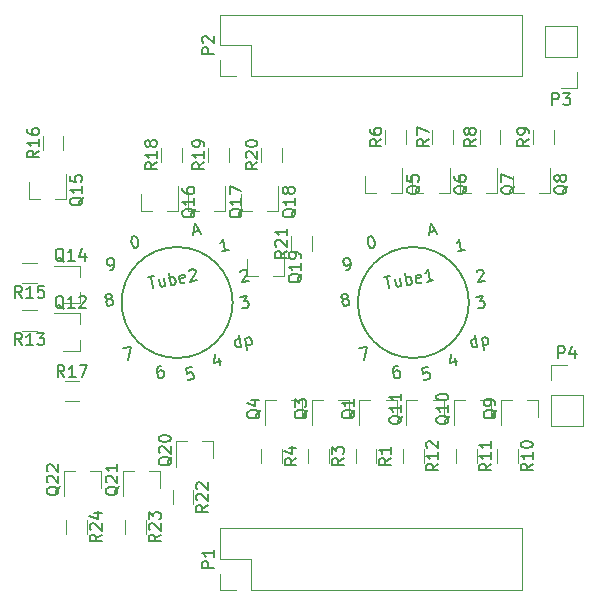
<source format=gbr>
G04 #@! TF.FileFunction,Legend,Top*
%FSLAX46Y46*%
G04 Gerber Fmt 4.6, Leading zero omitted, Abs format (unit mm)*
G04 Created by KiCad (PCBNEW 4.0.4-stable) date 12/02/17 22:43:03*
%MOMM*%
%LPD*%
G01*
G04 APERTURE LIST*
%ADD10C,0.100000*%
%ADD11C,0.150000*%
%ADD12C,0.120000*%
G04 APERTURE END LIST*
D10*
D11*
X129699999Y-100000000D02*
G75*
G03X129699999Y-100000000I-4699999J0D01*
G01*
X109699999Y-100000000D02*
G75*
G03X109699999Y-100000000I-4699999J0D01*
G01*
D12*
X136670000Y-110470000D02*
X139330000Y-110470000D01*
X136670000Y-107870000D02*
X136670000Y-110470000D01*
X139330000Y-107870000D02*
X139330000Y-110470000D01*
X136670000Y-107870000D02*
X139330000Y-107870000D01*
X136670000Y-106600000D02*
X136670000Y-105270000D01*
X136670000Y-105270000D02*
X138000000Y-105270000D01*
X134190000Y-124330000D02*
X134190000Y-119130000D01*
X111270000Y-124330000D02*
X134190000Y-124330000D01*
X108670000Y-119130000D02*
X134190000Y-119130000D01*
X111270000Y-124330000D02*
X111270000Y-121730000D01*
X111270000Y-121730000D02*
X108670000Y-121730000D01*
X108670000Y-121730000D02*
X108670000Y-119130000D01*
X110000000Y-124330000D02*
X108670000Y-124330000D01*
X108670000Y-124330000D02*
X108670000Y-123000000D01*
X134190000Y-80830000D02*
X134190000Y-75630000D01*
X111270000Y-80830000D02*
X134190000Y-80830000D01*
X108670000Y-75630000D02*
X134190000Y-75630000D01*
X111270000Y-80830000D02*
X111270000Y-78230000D01*
X111270000Y-78230000D02*
X108670000Y-78230000D01*
X108670000Y-78230000D02*
X108670000Y-75630000D01*
X110000000Y-80830000D02*
X108670000Y-80830000D01*
X108670000Y-80830000D02*
X108670000Y-79500000D01*
X123580000Y-108240000D02*
X122650000Y-108240000D01*
X120420000Y-108240000D02*
X121350000Y-108240000D01*
X120420000Y-108240000D02*
X120420000Y-110400000D01*
X123580000Y-108240000D02*
X123580000Y-109700000D01*
X119580000Y-108240000D02*
X118650000Y-108240000D01*
X116420000Y-108240000D02*
X117350000Y-108240000D01*
X116420000Y-108240000D02*
X116420000Y-110400000D01*
X119580000Y-108240000D02*
X119580000Y-109700000D01*
X115580000Y-108240000D02*
X114650000Y-108240000D01*
X112420000Y-108240000D02*
X113350000Y-108240000D01*
X112420000Y-108240000D02*
X112420000Y-110400000D01*
X115580000Y-108240000D02*
X115580000Y-109700000D01*
X120920000Y-90760000D02*
X121850000Y-90760000D01*
X124080000Y-90760000D02*
X123150000Y-90760000D01*
X124080000Y-90760000D02*
X124080000Y-88600000D01*
X120920000Y-90760000D02*
X120920000Y-89300000D01*
X124920000Y-90760000D02*
X125850000Y-90760000D01*
X128080000Y-90760000D02*
X127150000Y-90760000D01*
X128080000Y-90760000D02*
X128080000Y-88600000D01*
X124920000Y-90760000D02*
X124920000Y-89300000D01*
X128920000Y-90760000D02*
X129850000Y-90760000D01*
X132080000Y-90760000D02*
X131150000Y-90760000D01*
X132080000Y-90760000D02*
X132080000Y-88600000D01*
X128920000Y-90760000D02*
X128920000Y-89300000D01*
X133420000Y-90760000D02*
X134350000Y-90760000D01*
X136580000Y-90760000D02*
X135650000Y-90760000D01*
X136580000Y-90760000D02*
X136580000Y-88600000D01*
X133420000Y-90760000D02*
X133420000Y-89300000D01*
X135580000Y-108240000D02*
X134650000Y-108240000D01*
X132420000Y-108240000D02*
X133350000Y-108240000D01*
X132420000Y-108240000D02*
X132420000Y-110400000D01*
X135580000Y-108240000D02*
X135580000Y-109700000D01*
X131580000Y-108240000D02*
X130650000Y-108240000D01*
X128420000Y-108240000D02*
X129350000Y-108240000D01*
X128420000Y-108240000D02*
X128420000Y-110400000D01*
X131580000Y-108240000D02*
X131580000Y-109700000D01*
X127580000Y-108240000D02*
X126650000Y-108240000D01*
X124420000Y-108240000D02*
X125350000Y-108240000D01*
X124420000Y-108240000D02*
X124420000Y-110400000D01*
X127580000Y-108240000D02*
X127580000Y-109700000D01*
X96760000Y-104080000D02*
X96760000Y-103150000D01*
X96760000Y-100920000D02*
X96760000Y-101850000D01*
X96760000Y-100920000D02*
X94600000Y-100920000D01*
X96760000Y-104080000D02*
X95300000Y-104080000D01*
X96760000Y-100080000D02*
X96760000Y-99150000D01*
X96760000Y-96920000D02*
X96760000Y-97850000D01*
X96760000Y-96920000D02*
X94600000Y-96920000D01*
X96760000Y-100080000D02*
X95300000Y-100080000D01*
X92420000Y-91260000D02*
X93350000Y-91260000D01*
X95580000Y-91260000D02*
X94650000Y-91260000D01*
X95580000Y-91260000D02*
X95580000Y-89100000D01*
X92420000Y-91260000D02*
X92420000Y-89800000D01*
X101920000Y-92260000D02*
X102850000Y-92260000D01*
X105080000Y-92260000D02*
X104150000Y-92260000D01*
X105080000Y-92260000D02*
X105080000Y-90100000D01*
X101920000Y-92260000D02*
X101920000Y-90800000D01*
X105920000Y-92260000D02*
X106850000Y-92260000D01*
X109080000Y-92260000D02*
X108150000Y-92260000D01*
X109080000Y-92260000D02*
X109080000Y-90100000D01*
X105920000Y-92260000D02*
X105920000Y-90800000D01*
X110420000Y-92260000D02*
X111350000Y-92260000D01*
X113580000Y-92260000D02*
X112650000Y-92260000D01*
X113580000Y-92260000D02*
X113580000Y-90100000D01*
X110420000Y-92260000D02*
X110420000Y-90800000D01*
X110920000Y-97760000D02*
X111850000Y-97760000D01*
X114080000Y-97760000D02*
X113150000Y-97760000D01*
X114080000Y-97760000D02*
X114080000Y-95600000D01*
X110920000Y-97760000D02*
X110920000Y-96300000D01*
X108080000Y-111740000D02*
X107150000Y-111740000D01*
X104920000Y-111740000D02*
X105850000Y-111740000D01*
X104920000Y-111740000D02*
X104920000Y-113900000D01*
X108080000Y-111740000D02*
X108080000Y-113200000D01*
X103580000Y-114240000D02*
X102650000Y-114240000D01*
X100420000Y-114240000D02*
X101350000Y-114240000D01*
X100420000Y-114240000D02*
X100420000Y-116400000D01*
X103580000Y-114240000D02*
X103580000Y-115700000D01*
X98580000Y-114240000D02*
X97650000Y-114240000D01*
X95420000Y-114240000D02*
X96350000Y-114240000D01*
X95420000Y-114240000D02*
X95420000Y-116400000D01*
X98580000Y-114240000D02*
X98580000Y-115700000D01*
X120120000Y-113600000D02*
X120120000Y-112400000D01*
X121880000Y-112400000D02*
X121880000Y-113600000D01*
X112120000Y-113600000D02*
X112120000Y-112400000D01*
X113880000Y-112400000D02*
X113880000Y-113600000D01*
X124380000Y-85400000D02*
X124380000Y-86600000D01*
X122620000Y-86600000D02*
X122620000Y-85400000D01*
X128380000Y-85400000D02*
X128380000Y-86600000D01*
X126620000Y-86600000D02*
X126620000Y-85400000D01*
X132380000Y-85400000D02*
X132380000Y-86600000D01*
X130620000Y-86600000D02*
X130620000Y-85400000D01*
X136880000Y-85400000D02*
X136880000Y-86600000D01*
X135120000Y-86600000D02*
X135120000Y-85400000D01*
X132120000Y-113600000D02*
X132120000Y-112400000D01*
X133880000Y-112400000D02*
X133880000Y-113600000D01*
X128620000Y-113600000D02*
X128620000Y-112400000D01*
X130380000Y-112400000D02*
X130380000Y-113600000D01*
X124120000Y-113600000D02*
X124120000Y-112400000D01*
X125880000Y-112400000D02*
X125880000Y-113600000D01*
X116120000Y-113600000D02*
X116120000Y-112400000D01*
X117880000Y-112400000D02*
X117880000Y-113600000D01*
X91900000Y-100620000D02*
X93100000Y-100620000D01*
X93100000Y-102380000D02*
X91900000Y-102380000D01*
X91900000Y-96620000D02*
X93100000Y-96620000D01*
X93100000Y-98380000D02*
X91900000Y-98380000D01*
X95380000Y-85900000D02*
X95380000Y-87100000D01*
X93620000Y-87100000D02*
X93620000Y-85900000D01*
X96700000Y-108380000D02*
X95500000Y-108380000D01*
X95500000Y-106620000D02*
X96700000Y-106620000D01*
X105380000Y-86900000D02*
X105380000Y-88100000D01*
X103620000Y-88100000D02*
X103620000Y-86900000D01*
X109380000Y-86900000D02*
X109380000Y-88100000D01*
X107620000Y-88100000D02*
X107620000Y-86900000D01*
X113880000Y-86900000D02*
X113880000Y-88100000D01*
X112120000Y-88100000D02*
X112120000Y-86900000D01*
X116380000Y-94400000D02*
X116380000Y-95600000D01*
X114620000Y-95600000D02*
X114620000Y-94400000D01*
X104620000Y-117100000D02*
X104620000Y-115900000D01*
X106380000Y-115900000D02*
X106380000Y-117100000D01*
X100620000Y-119600000D02*
X100620000Y-118400000D01*
X102380000Y-118400000D02*
X102380000Y-119600000D01*
X95620000Y-119600000D02*
X95620000Y-118400000D01*
X97380000Y-118400000D02*
X97380000Y-119600000D01*
X138830000Y-76630000D02*
X136170000Y-76630000D01*
X138830000Y-79230000D02*
X138830000Y-76630000D01*
X136170000Y-79230000D02*
X136170000Y-76630000D01*
X138830000Y-79230000D02*
X136170000Y-79230000D01*
X138830000Y-80500000D02*
X138830000Y-81830000D01*
X138830000Y-81830000D02*
X137500000Y-81830000D01*
D11*
X122494204Y-97854919D02*
X123056952Y-97755691D01*
X122949226Y-98790113D02*
X122775578Y-97805305D01*
X123865165Y-97951657D02*
X123980930Y-98608196D01*
X123443104Y-98026077D02*
X123534062Y-98541930D01*
X123597496Y-98627452D01*
X123699556Y-98657809D01*
X123840243Y-98633002D01*
X123925766Y-98569569D01*
X123964392Y-98514404D01*
X124449886Y-98525506D02*
X124276238Y-97540698D01*
X124342389Y-97915863D02*
X124427911Y-97852429D01*
X124615495Y-97819353D01*
X124717555Y-97849711D01*
X124772719Y-97888338D01*
X124836153Y-97973860D01*
X124885767Y-98255234D01*
X124855409Y-98357294D01*
X124816782Y-98412459D01*
X124731260Y-98475892D01*
X124543677Y-98508968D01*
X124441617Y-98478610D01*
X125707799Y-98255348D02*
X125622277Y-98318782D01*
X125434694Y-98351858D01*
X125332633Y-98321500D01*
X125269200Y-98235978D01*
X125203048Y-97860813D01*
X125233406Y-97758752D01*
X125318928Y-97695319D01*
X125506511Y-97662243D01*
X125608571Y-97692601D01*
X125672005Y-97778123D01*
X125688543Y-97871915D01*
X125236124Y-98048396D01*
X126700876Y-98128596D02*
X126138128Y-98227823D01*
X126419501Y-98178210D02*
X126245853Y-97193402D01*
X126176869Y-97350627D01*
X126099616Y-97460956D01*
X126014093Y-97524389D01*
X130433140Y-103735679D02*
X130259492Y-102750871D01*
X130424871Y-103688784D02*
X130339349Y-103752217D01*
X130151766Y-103785293D01*
X130049706Y-103754935D01*
X129994541Y-103716309D01*
X129931108Y-103630787D01*
X129881494Y-103349412D01*
X129911852Y-103247352D01*
X129950478Y-103192188D01*
X130036000Y-103128754D01*
X130223584Y-103095678D01*
X130325644Y-103126036D01*
X130786330Y-102996451D02*
X130959979Y-103981258D01*
X130794599Y-103043346D02*
X130880122Y-102979913D01*
X131067705Y-102946837D01*
X131169765Y-102977194D01*
X131224929Y-103015821D01*
X131288363Y-103101343D01*
X131337977Y-103382718D01*
X131307619Y-103484778D01*
X131268992Y-103539942D01*
X131183470Y-103603376D01*
X130995887Y-103636452D01*
X130893827Y-103606094D01*
X119299008Y-97270886D02*
X119486590Y-97237810D01*
X119572113Y-97174377D01*
X119610740Y-97119212D01*
X119679724Y-96961988D01*
X119693544Y-96766136D01*
X119627392Y-96390971D01*
X119563959Y-96305449D01*
X119508794Y-96266822D01*
X119406734Y-96236464D01*
X119219151Y-96269540D01*
X119133629Y-96332974D01*
X119095002Y-96388138D01*
X119064644Y-96490199D01*
X119105989Y-96724676D01*
X119169423Y-96810198D01*
X119224587Y-96848826D01*
X119326647Y-96879184D01*
X119514231Y-96846108D01*
X119599753Y-96782674D01*
X119638379Y-96727509D01*
X119668737Y-96625449D01*
X121293800Y-94400893D02*
X121387593Y-94384354D01*
X121489653Y-94414712D01*
X121544817Y-94453339D01*
X121608251Y-94538861D01*
X121688222Y-94718174D01*
X121729567Y-94952653D01*
X121715747Y-95148504D01*
X121685389Y-95250564D01*
X121646763Y-95305729D01*
X121561241Y-95369162D01*
X121467449Y-95385700D01*
X121365389Y-95355343D01*
X121310224Y-95316716D01*
X121246791Y-95231194D01*
X121166819Y-95051881D01*
X121125474Y-94817402D01*
X121139294Y-94621551D01*
X121169652Y-94519490D01*
X121208278Y-94464326D01*
X121293800Y-94400893D01*
X126375612Y-94027052D02*
X126844568Y-93944362D01*
X126331434Y-94324963D02*
X126486055Y-93282273D01*
X126987973Y-94209197D01*
X129360562Y-95557688D02*
X128797815Y-95656916D01*
X129079188Y-95607302D02*
X128905540Y-94622495D01*
X128836556Y-94779719D01*
X128759302Y-94890048D01*
X128673780Y-94953482D01*
X130350389Y-97378710D02*
X130389015Y-97323546D01*
X130474537Y-97260112D01*
X130709016Y-97218767D01*
X130811076Y-97249125D01*
X130866241Y-97287752D01*
X130929674Y-97373274D01*
X130946212Y-97467065D01*
X130924123Y-97616021D01*
X130460603Y-98277996D01*
X131070246Y-98170499D01*
X130306338Y-99533863D02*
X130915981Y-99426367D01*
X130653863Y-99859414D01*
X130794551Y-99834607D01*
X130896611Y-99864965D01*
X130951775Y-99903591D01*
X131015209Y-99989114D01*
X131056554Y-100223592D01*
X131026196Y-100325652D01*
X130987569Y-100380817D01*
X130902047Y-100444250D01*
X130620673Y-100493864D01*
X130518613Y-100463506D01*
X130463448Y-100424880D01*
X128515910Y-104676226D02*
X128631675Y-105332764D01*
X128215279Y-104342406D02*
X128104836Y-105087185D01*
X128714479Y-104979689D01*
X126242076Y-105500258D02*
X125773119Y-105582947D01*
X125808913Y-106060172D01*
X125847540Y-106005007D01*
X125933062Y-105941574D01*
X126167541Y-105900229D01*
X126269601Y-105930587D01*
X126324765Y-105969213D01*
X126388199Y-106054736D01*
X126429544Y-106289214D01*
X126399186Y-106391274D01*
X126360559Y-106446439D01*
X126275037Y-106509872D01*
X126040558Y-106551217D01*
X125938498Y-106520860D01*
X125883334Y-106482233D01*
X123670100Y-105354665D02*
X123482517Y-105387741D01*
X123396995Y-105451174D01*
X123358368Y-105506339D01*
X123289384Y-105663563D01*
X123275564Y-105859414D01*
X123341716Y-106234580D01*
X123405149Y-106320102D01*
X123460314Y-106358729D01*
X123562374Y-106389086D01*
X123749957Y-106356010D01*
X123835479Y-106292577D01*
X123874106Y-106237412D01*
X123904464Y-106135352D01*
X123863119Y-105900874D01*
X123799685Y-105815351D01*
X123744521Y-105776725D01*
X123642461Y-105746367D01*
X123454877Y-105779443D01*
X123369355Y-105842876D01*
X123330729Y-105898041D01*
X123300371Y-106000102D01*
X120412133Y-103888125D02*
X121068672Y-103772360D01*
X120820259Y-104831588D01*
X119147748Y-99722977D02*
X119045688Y-99692619D01*
X118990524Y-99653992D01*
X118927090Y-99568470D01*
X118918821Y-99521575D01*
X118949179Y-99419514D01*
X118987806Y-99364350D01*
X119073328Y-99300916D01*
X119260911Y-99267840D01*
X119362971Y-99298198D01*
X119418136Y-99336825D01*
X119481569Y-99422347D01*
X119489838Y-99469242D01*
X119459480Y-99571303D01*
X119420854Y-99626467D01*
X119335332Y-99689901D01*
X119147748Y-99722977D01*
X119062226Y-99786410D01*
X119023600Y-99841574D01*
X118993242Y-99943636D01*
X119026318Y-100131218D01*
X119089751Y-100216740D01*
X119144916Y-100255367D01*
X119246976Y-100285724D01*
X119434559Y-100252648D01*
X119520081Y-100189215D01*
X119558708Y-100134050D01*
X119589066Y-100031990D01*
X119555990Y-99844408D01*
X119492556Y-99758885D01*
X119437392Y-99720258D01*
X119335332Y-99689901D01*
X102494204Y-97854919D02*
X103056952Y-97755691D01*
X102949226Y-98790113D02*
X102775578Y-97805305D01*
X103865165Y-97951657D02*
X103980930Y-98608196D01*
X103443104Y-98026077D02*
X103534062Y-98541930D01*
X103597496Y-98627452D01*
X103699556Y-98657809D01*
X103840243Y-98633002D01*
X103925766Y-98569569D01*
X103964392Y-98514404D01*
X104449886Y-98525506D02*
X104276238Y-97540698D01*
X104342389Y-97915863D02*
X104427911Y-97852429D01*
X104615495Y-97819353D01*
X104717555Y-97849711D01*
X104772719Y-97888338D01*
X104836153Y-97973860D01*
X104885767Y-98255234D01*
X104855409Y-98357294D01*
X104816782Y-98412459D01*
X104731260Y-98475892D01*
X104543677Y-98508968D01*
X104441617Y-98478610D01*
X105707799Y-98255348D02*
X105622277Y-98318782D01*
X105434694Y-98351858D01*
X105332633Y-98321500D01*
X105269200Y-98235978D01*
X105203048Y-97860813D01*
X105233406Y-97758752D01*
X105318928Y-97695319D01*
X105506511Y-97662243D01*
X105608571Y-97692601D01*
X105672005Y-97778123D01*
X105688543Y-97871915D01*
X105236124Y-98048396D01*
X105981018Y-97336807D02*
X106019644Y-97281642D01*
X106105166Y-97218209D01*
X106339645Y-97176864D01*
X106441705Y-97207221D01*
X106496870Y-97245848D01*
X106560303Y-97331370D01*
X106576841Y-97425161D01*
X106554752Y-97574117D01*
X106091232Y-98236092D01*
X106700876Y-98128596D01*
X110433140Y-103735679D02*
X110259492Y-102750871D01*
X110424871Y-103688784D02*
X110339349Y-103752217D01*
X110151766Y-103785293D01*
X110049706Y-103754935D01*
X109994541Y-103716309D01*
X109931108Y-103630787D01*
X109881494Y-103349412D01*
X109911852Y-103247352D01*
X109950478Y-103192188D01*
X110036000Y-103128754D01*
X110223584Y-103095678D01*
X110325644Y-103126036D01*
X110786330Y-102996451D02*
X110959979Y-103981258D01*
X110794599Y-103043346D02*
X110880122Y-102979913D01*
X111067705Y-102946837D01*
X111169765Y-102977194D01*
X111224929Y-103015821D01*
X111288363Y-103101343D01*
X111337977Y-103382718D01*
X111307619Y-103484778D01*
X111268992Y-103539942D01*
X111183470Y-103603376D01*
X110995887Y-103636452D01*
X110893827Y-103606094D01*
X99299008Y-97270886D02*
X99486590Y-97237810D01*
X99572113Y-97174377D01*
X99610740Y-97119212D01*
X99679724Y-96961988D01*
X99693544Y-96766136D01*
X99627392Y-96390971D01*
X99563959Y-96305449D01*
X99508794Y-96266822D01*
X99406734Y-96236464D01*
X99219151Y-96269540D01*
X99133629Y-96332974D01*
X99095002Y-96388138D01*
X99064644Y-96490199D01*
X99105989Y-96724676D01*
X99169423Y-96810198D01*
X99224587Y-96848826D01*
X99326647Y-96879184D01*
X99514231Y-96846108D01*
X99599753Y-96782674D01*
X99638379Y-96727509D01*
X99668737Y-96625449D01*
X101293800Y-94400893D02*
X101387593Y-94384354D01*
X101489653Y-94414712D01*
X101544817Y-94453339D01*
X101608251Y-94538861D01*
X101688222Y-94718174D01*
X101729567Y-94952653D01*
X101715747Y-95148504D01*
X101685389Y-95250564D01*
X101646763Y-95305729D01*
X101561241Y-95369162D01*
X101467449Y-95385700D01*
X101365389Y-95355343D01*
X101310224Y-95316716D01*
X101246791Y-95231194D01*
X101166819Y-95051881D01*
X101125474Y-94817402D01*
X101139294Y-94621551D01*
X101169652Y-94519490D01*
X101208278Y-94464326D01*
X101293800Y-94400893D01*
X106375612Y-94027052D02*
X106844568Y-93944362D01*
X106331434Y-94324963D02*
X106486055Y-93282273D01*
X106987973Y-94209197D01*
X109360562Y-95557688D02*
X108797815Y-95656916D01*
X109079188Y-95607302D02*
X108905540Y-94622495D01*
X108836556Y-94779719D01*
X108759302Y-94890048D01*
X108673780Y-94953482D01*
X110350389Y-97378710D02*
X110389015Y-97323546D01*
X110474537Y-97260112D01*
X110709016Y-97218767D01*
X110811076Y-97249125D01*
X110866241Y-97287752D01*
X110929674Y-97373274D01*
X110946212Y-97467065D01*
X110924123Y-97616021D01*
X110460603Y-98277996D01*
X111070246Y-98170499D01*
X110306338Y-99533863D02*
X110915981Y-99426367D01*
X110653863Y-99859414D01*
X110794551Y-99834607D01*
X110896611Y-99864965D01*
X110951775Y-99903591D01*
X111015209Y-99989114D01*
X111056554Y-100223592D01*
X111026196Y-100325652D01*
X110987569Y-100380817D01*
X110902047Y-100444250D01*
X110620673Y-100493864D01*
X110518613Y-100463506D01*
X110463448Y-100424880D01*
X108515910Y-104676226D02*
X108631675Y-105332764D01*
X108215279Y-104342406D02*
X108104836Y-105087185D01*
X108714479Y-104979689D01*
X106242076Y-105500258D02*
X105773119Y-105582947D01*
X105808913Y-106060172D01*
X105847540Y-106005007D01*
X105933062Y-105941574D01*
X106167541Y-105900229D01*
X106269601Y-105930587D01*
X106324765Y-105969213D01*
X106388199Y-106054736D01*
X106429544Y-106289214D01*
X106399186Y-106391274D01*
X106360559Y-106446439D01*
X106275037Y-106509872D01*
X106040558Y-106551217D01*
X105938498Y-106520860D01*
X105883334Y-106482233D01*
X103670100Y-105354665D02*
X103482517Y-105387741D01*
X103396995Y-105451174D01*
X103358368Y-105506339D01*
X103289384Y-105663563D01*
X103275564Y-105859414D01*
X103341716Y-106234580D01*
X103405149Y-106320102D01*
X103460314Y-106358729D01*
X103562374Y-106389086D01*
X103749957Y-106356010D01*
X103835479Y-106292577D01*
X103874106Y-106237412D01*
X103904464Y-106135352D01*
X103863119Y-105900874D01*
X103799685Y-105815351D01*
X103744521Y-105776725D01*
X103642461Y-105746367D01*
X103454877Y-105779443D01*
X103369355Y-105842876D01*
X103330729Y-105898041D01*
X103300371Y-106000102D01*
X100412133Y-103888125D02*
X101068672Y-103772360D01*
X100820259Y-104831588D01*
X99147748Y-99722977D02*
X99045688Y-99692619D01*
X98990524Y-99653992D01*
X98927090Y-99568470D01*
X98918821Y-99521575D01*
X98949179Y-99419514D01*
X98987806Y-99364350D01*
X99073328Y-99300916D01*
X99260911Y-99267840D01*
X99362971Y-99298198D01*
X99418136Y-99336825D01*
X99481569Y-99422347D01*
X99489838Y-99469242D01*
X99459480Y-99571303D01*
X99420854Y-99626467D01*
X99335332Y-99689901D01*
X99147748Y-99722977D01*
X99062226Y-99786410D01*
X99023600Y-99841574D01*
X98993242Y-99943636D01*
X99026318Y-100131218D01*
X99089751Y-100216740D01*
X99144916Y-100255367D01*
X99246976Y-100285724D01*
X99434559Y-100252648D01*
X99520081Y-100189215D01*
X99558708Y-100134050D01*
X99589066Y-100031990D01*
X99555990Y-99844408D01*
X99492556Y-99758885D01*
X99437392Y-99720258D01*
X99335332Y-99689901D01*
X137261905Y-104722381D02*
X137261905Y-103722381D01*
X137642858Y-103722381D01*
X137738096Y-103770000D01*
X137785715Y-103817619D01*
X137833334Y-103912857D01*
X137833334Y-104055714D01*
X137785715Y-104150952D01*
X137738096Y-104198571D01*
X137642858Y-104246190D01*
X137261905Y-104246190D01*
X138690477Y-104055714D02*
X138690477Y-104722381D01*
X138452381Y-103674762D02*
X138214286Y-104389048D01*
X138833334Y-104389048D01*
X108122381Y-122468095D02*
X107122381Y-122468095D01*
X107122381Y-122087142D01*
X107170000Y-121991904D01*
X107217619Y-121944285D01*
X107312857Y-121896666D01*
X107455714Y-121896666D01*
X107550952Y-121944285D01*
X107598571Y-121991904D01*
X107646190Y-122087142D01*
X107646190Y-122468095D01*
X108122381Y-120944285D02*
X108122381Y-121515714D01*
X108122381Y-121230000D02*
X107122381Y-121230000D01*
X107265238Y-121325238D01*
X107360476Y-121420476D01*
X107408095Y-121515714D01*
X108122381Y-78968095D02*
X107122381Y-78968095D01*
X107122381Y-78587142D01*
X107170000Y-78491904D01*
X107217619Y-78444285D01*
X107312857Y-78396666D01*
X107455714Y-78396666D01*
X107550952Y-78444285D01*
X107598571Y-78491904D01*
X107646190Y-78587142D01*
X107646190Y-78968095D01*
X107217619Y-78015714D02*
X107170000Y-77968095D01*
X107122381Y-77872857D01*
X107122381Y-77634761D01*
X107170000Y-77539523D01*
X107217619Y-77491904D01*
X107312857Y-77444285D01*
X107408095Y-77444285D01*
X107550952Y-77491904D01*
X108122381Y-78063333D01*
X108122381Y-77444285D01*
X120047619Y-109095238D02*
X120000000Y-109190476D01*
X119904762Y-109285714D01*
X119761905Y-109428571D01*
X119714286Y-109523810D01*
X119714286Y-109619048D01*
X119952381Y-109571429D02*
X119904762Y-109666667D01*
X119809524Y-109761905D01*
X119619048Y-109809524D01*
X119285714Y-109809524D01*
X119095238Y-109761905D01*
X119000000Y-109666667D01*
X118952381Y-109571429D01*
X118952381Y-109380952D01*
X119000000Y-109285714D01*
X119095238Y-109190476D01*
X119285714Y-109142857D01*
X119619048Y-109142857D01*
X119809524Y-109190476D01*
X119904762Y-109285714D01*
X119952381Y-109380952D01*
X119952381Y-109571429D01*
X119952381Y-108190476D02*
X119952381Y-108761905D01*
X119952381Y-108476191D02*
X118952381Y-108476191D01*
X119095238Y-108571429D01*
X119190476Y-108666667D01*
X119238095Y-108761905D01*
X116047619Y-109095238D02*
X116000000Y-109190476D01*
X115904762Y-109285714D01*
X115761905Y-109428571D01*
X115714286Y-109523810D01*
X115714286Y-109619048D01*
X115952381Y-109571429D02*
X115904762Y-109666667D01*
X115809524Y-109761905D01*
X115619048Y-109809524D01*
X115285714Y-109809524D01*
X115095238Y-109761905D01*
X115000000Y-109666667D01*
X114952381Y-109571429D01*
X114952381Y-109380952D01*
X115000000Y-109285714D01*
X115095238Y-109190476D01*
X115285714Y-109142857D01*
X115619048Y-109142857D01*
X115809524Y-109190476D01*
X115904762Y-109285714D01*
X115952381Y-109380952D01*
X115952381Y-109571429D01*
X114952381Y-108809524D02*
X114952381Y-108190476D01*
X115333333Y-108523810D01*
X115333333Y-108380952D01*
X115380952Y-108285714D01*
X115428571Y-108238095D01*
X115523810Y-108190476D01*
X115761905Y-108190476D01*
X115857143Y-108238095D01*
X115904762Y-108285714D01*
X115952381Y-108380952D01*
X115952381Y-108666667D01*
X115904762Y-108761905D01*
X115857143Y-108809524D01*
X112047619Y-109095238D02*
X112000000Y-109190476D01*
X111904762Y-109285714D01*
X111761905Y-109428571D01*
X111714286Y-109523810D01*
X111714286Y-109619048D01*
X111952381Y-109571429D02*
X111904762Y-109666667D01*
X111809524Y-109761905D01*
X111619048Y-109809524D01*
X111285714Y-109809524D01*
X111095238Y-109761905D01*
X111000000Y-109666667D01*
X110952381Y-109571429D01*
X110952381Y-109380952D01*
X111000000Y-109285714D01*
X111095238Y-109190476D01*
X111285714Y-109142857D01*
X111619048Y-109142857D01*
X111809524Y-109190476D01*
X111904762Y-109285714D01*
X111952381Y-109380952D01*
X111952381Y-109571429D01*
X111285714Y-108285714D02*
X111952381Y-108285714D01*
X110904762Y-108523810D02*
X111619048Y-108761905D01*
X111619048Y-108142857D01*
X125547619Y-90095238D02*
X125500000Y-90190476D01*
X125404762Y-90285714D01*
X125261905Y-90428571D01*
X125214286Y-90523810D01*
X125214286Y-90619048D01*
X125452381Y-90571429D02*
X125404762Y-90666667D01*
X125309524Y-90761905D01*
X125119048Y-90809524D01*
X124785714Y-90809524D01*
X124595238Y-90761905D01*
X124500000Y-90666667D01*
X124452381Y-90571429D01*
X124452381Y-90380952D01*
X124500000Y-90285714D01*
X124595238Y-90190476D01*
X124785714Y-90142857D01*
X125119048Y-90142857D01*
X125309524Y-90190476D01*
X125404762Y-90285714D01*
X125452381Y-90380952D01*
X125452381Y-90571429D01*
X124452381Y-89238095D02*
X124452381Y-89714286D01*
X124928571Y-89761905D01*
X124880952Y-89714286D01*
X124833333Y-89619048D01*
X124833333Y-89380952D01*
X124880952Y-89285714D01*
X124928571Y-89238095D01*
X125023810Y-89190476D01*
X125261905Y-89190476D01*
X125357143Y-89238095D01*
X125404762Y-89285714D01*
X125452381Y-89380952D01*
X125452381Y-89619048D01*
X125404762Y-89714286D01*
X125357143Y-89761905D01*
X129547619Y-90095238D02*
X129500000Y-90190476D01*
X129404762Y-90285714D01*
X129261905Y-90428571D01*
X129214286Y-90523810D01*
X129214286Y-90619048D01*
X129452381Y-90571429D02*
X129404762Y-90666667D01*
X129309524Y-90761905D01*
X129119048Y-90809524D01*
X128785714Y-90809524D01*
X128595238Y-90761905D01*
X128500000Y-90666667D01*
X128452381Y-90571429D01*
X128452381Y-90380952D01*
X128500000Y-90285714D01*
X128595238Y-90190476D01*
X128785714Y-90142857D01*
X129119048Y-90142857D01*
X129309524Y-90190476D01*
X129404762Y-90285714D01*
X129452381Y-90380952D01*
X129452381Y-90571429D01*
X128452381Y-89285714D02*
X128452381Y-89476191D01*
X128500000Y-89571429D01*
X128547619Y-89619048D01*
X128690476Y-89714286D01*
X128880952Y-89761905D01*
X129261905Y-89761905D01*
X129357143Y-89714286D01*
X129404762Y-89666667D01*
X129452381Y-89571429D01*
X129452381Y-89380952D01*
X129404762Y-89285714D01*
X129357143Y-89238095D01*
X129261905Y-89190476D01*
X129023810Y-89190476D01*
X128928571Y-89238095D01*
X128880952Y-89285714D01*
X128833333Y-89380952D01*
X128833333Y-89571429D01*
X128880952Y-89666667D01*
X128928571Y-89714286D01*
X129023810Y-89761905D01*
X133547619Y-90095238D02*
X133500000Y-90190476D01*
X133404762Y-90285714D01*
X133261905Y-90428571D01*
X133214286Y-90523810D01*
X133214286Y-90619048D01*
X133452381Y-90571429D02*
X133404762Y-90666667D01*
X133309524Y-90761905D01*
X133119048Y-90809524D01*
X132785714Y-90809524D01*
X132595238Y-90761905D01*
X132500000Y-90666667D01*
X132452381Y-90571429D01*
X132452381Y-90380952D01*
X132500000Y-90285714D01*
X132595238Y-90190476D01*
X132785714Y-90142857D01*
X133119048Y-90142857D01*
X133309524Y-90190476D01*
X133404762Y-90285714D01*
X133452381Y-90380952D01*
X133452381Y-90571429D01*
X132452381Y-89809524D02*
X132452381Y-89142857D01*
X133452381Y-89571429D01*
X138047619Y-90095238D02*
X138000000Y-90190476D01*
X137904762Y-90285714D01*
X137761905Y-90428571D01*
X137714286Y-90523810D01*
X137714286Y-90619048D01*
X137952381Y-90571429D02*
X137904762Y-90666667D01*
X137809524Y-90761905D01*
X137619048Y-90809524D01*
X137285714Y-90809524D01*
X137095238Y-90761905D01*
X137000000Y-90666667D01*
X136952381Y-90571429D01*
X136952381Y-90380952D01*
X137000000Y-90285714D01*
X137095238Y-90190476D01*
X137285714Y-90142857D01*
X137619048Y-90142857D01*
X137809524Y-90190476D01*
X137904762Y-90285714D01*
X137952381Y-90380952D01*
X137952381Y-90571429D01*
X137380952Y-89571429D02*
X137333333Y-89666667D01*
X137285714Y-89714286D01*
X137190476Y-89761905D01*
X137142857Y-89761905D01*
X137047619Y-89714286D01*
X137000000Y-89666667D01*
X136952381Y-89571429D01*
X136952381Y-89380952D01*
X137000000Y-89285714D01*
X137047619Y-89238095D01*
X137142857Y-89190476D01*
X137190476Y-89190476D01*
X137285714Y-89238095D01*
X137333333Y-89285714D01*
X137380952Y-89380952D01*
X137380952Y-89571429D01*
X137428571Y-89666667D01*
X137476190Y-89714286D01*
X137571429Y-89761905D01*
X137761905Y-89761905D01*
X137857143Y-89714286D01*
X137904762Y-89666667D01*
X137952381Y-89571429D01*
X137952381Y-89380952D01*
X137904762Y-89285714D01*
X137857143Y-89238095D01*
X137761905Y-89190476D01*
X137571429Y-89190476D01*
X137476190Y-89238095D01*
X137428571Y-89285714D01*
X137380952Y-89380952D01*
X132047619Y-109095238D02*
X132000000Y-109190476D01*
X131904762Y-109285714D01*
X131761905Y-109428571D01*
X131714286Y-109523810D01*
X131714286Y-109619048D01*
X131952381Y-109571429D02*
X131904762Y-109666667D01*
X131809524Y-109761905D01*
X131619048Y-109809524D01*
X131285714Y-109809524D01*
X131095238Y-109761905D01*
X131000000Y-109666667D01*
X130952381Y-109571429D01*
X130952381Y-109380952D01*
X131000000Y-109285714D01*
X131095238Y-109190476D01*
X131285714Y-109142857D01*
X131619048Y-109142857D01*
X131809524Y-109190476D01*
X131904762Y-109285714D01*
X131952381Y-109380952D01*
X131952381Y-109571429D01*
X131952381Y-108666667D02*
X131952381Y-108476191D01*
X131904762Y-108380952D01*
X131857143Y-108333333D01*
X131714286Y-108238095D01*
X131523810Y-108190476D01*
X131142857Y-108190476D01*
X131047619Y-108238095D01*
X131000000Y-108285714D01*
X130952381Y-108380952D01*
X130952381Y-108571429D01*
X131000000Y-108666667D01*
X131047619Y-108714286D01*
X131142857Y-108761905D01*
X131380952Y-108761905D01*
X131476190Y-108714286D01*
X131523810Y-108666667D01*
X131571429Y-108571429D01*
X131571429Y-108380952D01*
X131523810Y-108285714D01*
X131476190Y-108238095D01*
X131380952Y-108190476D01*
X128047619Y-109571428D02*
X128000000Y-109666666D01*
X127904762Y-109761904D01*
X127761905Y-109904761D01*
X127714286Y-110000000D01*
X127714286Y-110095238D01*
X127952381Y-110047619D02*
X127904762Y-110142857D01*
X127809524Y-110238095D01*
X127619048Y-110285714D01*
X127285714Y-110285714D01*
X127095238Y-110238095D01*
X127000000Y-110142857D01*
X126952381Y-110047619D01*
X126952381Y-109857142D01*
X127000000Y-109761904D01*
X127095238Y-109666666D01*
X127285714Y-109619047D01*
X127619048Y-109619047D01*
X127809524Y-109666666D01*
X127904762Y-109761904D01*
X127952381Y-109857142D01*
X127952381Y-110047619D01*
X127952381Y-108666666D02*
X127952381Y-109238095D01*
X127952381Y-108952381D02*
X126952381Y-108952381D01*
X127095238Y-109047619D01*
X127190476Y-109142857D01*
X127238095Y-109238095D01*
X126952381Y-108047619D02*
X126952381Y-107952380D01*
X127000000Y-107857142D01*
X127047619Y-107809523D01*
X127142857Y-107761904D01*
X127333333Y-107714285D01*
X127571429Y-107714285D01*
X127761905Y-107761904D01*
X127857143Y-107809523D01*
X127904762Y-107857142D01*
X127952381Y-107952380D01*
X127952381Y-108047619D01*
X127904762Y-108142857D01*
X127857143Y-108190476D01*
X127761905Y-108238095D01*
X127571429Y-108285714D01*
X127333333Y-108285714D01*
X127142857Y-108238095D01*
X127047619Y-108190476D01*
X127000000Y-108142857D01*
X126952381Y-108047619D01*
X124047619Y-109571428D02*
X124000000Y-109666666D01*
X123904762Y-109761904D01*
X123761905Y-109904761D01*
X123714286Y-110000000D01*
X123714286Y-110095238D01*
X123952381Y-110047619D02*
X123904762Y-110142857D01*
X123809524Y-110238095D01*
X123619048Y-110285714D01*
X123285714Y-110285714D01*
X123095238Y-110238095D01*
X123000000Y-110142857D01*
X122952381Y-110047619D01*
X122952381Y-109857142D01*
X123000000Y-109761904D01*
X123095238Y-109666666D01*
X123285714Y-109619047D01*
X123619048Y-109619047D01*
X123809524Y-109666666D01*
X123904762Y-109761904D01*
X123952381Y-109857142D01*
X123952381Y-110047619D01*
X123952381Y-108666666D02*
X123952381Y-109238095D01*
X123952381Y-108952381D02*
X122952381Y-108952381D01*
X123095238Y-109047619D01*
X123190476Y-109142857D01*
X123238095Y-109238095D01*
X123952381Y-107714285D02*
X123952381Y-108285714D01*
X123952381Y-108000000D02*
X122952381Y-108000000D01*
X123095238Y-108095238D01*
X123190476Y-108190476D01*
X123238095Y-108285714D01*
X95428572Y-100547619D02*
X95333334Y-100500000D01*
X95238096Y-100404762D01*
X95095239Y-100261905D01*
X95000000Y-100214286D01*
X94904762Y-100214286D01*
X94952381Y-100452381D02*
X94857143Y-100404762D01*
X94761905Y-100309524D01*
X94714286Y-100119048D01*
X94714286Y-99785714D01*
X94761905Y-99595238D01*
X94857143Y-99500000D01*
X94952381Y-99452381D01*
X95142858Y-99452381D01*
X95238096Y-99500000D01*
X95333334Y-99595238D01*
X95380953Y-99785714D01*
X95380953Y-100119048D01*
X95333334Y-100309524D01*
X95238096Y-100404762D01*
X95142858Y-100452381D01*
X94952381Y-100452381D01*
X96333334Y-100452381D02*
X95761905Y-100452381D01*
X96047619Y-100452381D02*
X96047619Y-99452381D01*
X95952381Y-99595238D01*
X95857143Y-99690476D01*
X95761905Y-99738095D01*
X96714286Y-99547619D02*
X96761905Y-99500000D01*
X96857143Y-99452381D01*
X97095239Y-99452381D01*
X97190477Y-99500000D01*
X97238096Y-99547619D01*
X97285715Y-99642857D01*
X97285715Y-99738095D01*
X97238096Y-99880952D01*
X96666667Y-100452381D01*
X97285715Y-100452381D01*
X95428572Y-96547619D02*
X95333334Y-96500000D01*
X95238096Y-96404762D01*
X95095239Y-96261905D01*
X95000000Y-96214286D01*
X94904762Y-96214286D01*
X94952381Y-96452381D02*
X94857143Y-96404762D01*
X94761905Y-96309524D01*
X94714286Y-96119048D01*
X94714286Y-95785714D01*
X94761905Y-95595238D01*
X94857143Y-95500000D01*
X94952381Y-95452381D01*
X95142858Y-95452381D01*
X95238096Y-95500000D01*
X95333334Y-95595238D01*
X95380953Y-95785714D01*
X95380953Y-96119048D01*
X95333334Y-96309524D01*
X95238096Y-96404762D01*
X95142858Y-96452381D01*
X94952381Y-96452381D01*
X96333334Y-96452381D02*
X95761905Y-96452381D01*
X96047619Y-96452381D02*
X96047619Y-95452381D01*
X95952381Y-95595238D01*
X95857143Y-95690476D01*
X95761905Y-95738095D01*
X97190477Y-95785714D02*
X97190477Y-96452381D01*
X96952381Y-95404762D02*
X96714286Y-96119048D01*
X97333334Y-96119048D01*
X97047619Y-91071428D02*
X97000000Y-91166666D01*
X96904762Y-91261904D01*
X96761905Y-91404761D01*
X96714286Y-91500000D01*
X96714286Y-91595238D01*
X96952381Y-91547619D02*
X96904762Y-91642857D01*
X96809524Y-91738095D01*
X96619048Y-91785714D01*
X96285714Y-91785714D01*
X96095238Y-91738095D01*
X96000000Y-91642857D01*
X95952381Y-91547619D01*
X95952381Y-91357142D01*
X96000000Y-91261904D01*
X96095238Y-91166666D01*
X96285714Y-91119047D01*
X96619048Y-91119047D01*
X96809524Y-91166666D01*
X96904762Y-91261904D01*
X96952381Y-91357142D01*
X96952381Y-91547619D01*
X96952381Y-90166666D02*
X96952381Y-90738095D01*
X96952381Y-90452381D02*
X95952381Y-90452381D01*
X96095238Y-90547619D01*
X96190476Y-90642857D01*
X96238095Y-90738095D01*
X95952381Y-89261904D02*
X95952381Y-89738095D01*
X96428571Y-89785714D01*
X96380952Y-89738095D01*
X96333333Y-89642857D01*
X96333333Y-89404761D01*
X96380952Y-89309523D01*
X96428571Y-89261904D01*
X96523810Y-89214285D01*
X96761905Y-89214285D01*
X96857143Y-89261904D01*
X96904762Y-89309523D01*
X96952381Y-89404761D01*
X96952381Y-89642857D01*
X96904762Y-89738095D01*
X96857143Y-89785714D01*
X106547619Y-92071428D02*
X106500000Y-92166666D01*
X106404762Y-92261904D01*
X106261905Y-92404761D01*
X106214286Y-92500000D01*
X106214286Y-92595238D01*
X106452381Y-92547619D02*
X106404762Y-92642857D01*
X106309524Y-92738095D01*
X106119048Y-92785714D01*
X105785714Y-92785714D01*
X105595238Y-92738095D01*
X105500000Y-92642857D01*
X105452381Y-92547619D01*
X105452381Y-92357142D01*
X105500000Y-92261904D01*
X105595238Y-92166666D01*
X105785714Y-92119047D01*
X106119048Y-92119047D01*
X106309524Y-92166666D01*
X106404762Y-92261904D01*
X106452381Y-92357142D01*
X106452381Y-92547619D01*
X106452381Y-91166666D02*
X106452381Y-91738095D01*
X106452381Y-91452381D02*
X105452381Y-91452381D01*
X105595238Y-91547619D01*
X105690476Y-91642857D01*
X105738095Y-91738095D01*
X105452381Y-90309523D02*
X105452381Y-90500000D01*
X105500000Y-90595238D01*
X105547619Y-90642857D01*
X105690476Y-90738095D01*
X105880952Y-90785714D01*
X106261905Y-90785714D01*
X106357143Y-90738095D01*
X106404762Y-90690476D01*
X106452381Y-90595238D01*
X106452381Y-90404761D01*
X106404762Y-90309523D01*
X106357143Y-90261904D01*
X106261905Y-90214285D01*
X106023810Y-90214285D01*
X105928571Y-90261904D01*
X105880952Y-90309523D01*
X105833333Y-90404761D01*
X105833333Y-90595238D01*
X105880952Y-90690476D01*
X105928571Y-90738095D01*
X106023810Y-90785714D01*
X110547619Y-92071428D02*
X110500000Y-92166666D01*
X110404762Y-92261904D01*
X110261905Y-92404761D01*
X110214286Y-92500000D01*
X110214286Y-92595238D01*
X110452381Y-92547619D02*
X110404762Y-92642857D01*
X110309524Y-92738095D01*
X110119048Y-92785714D01*
X109785714Y-92785714D01*
X109595238Y-92738095D01*
X109500000Y-92642857D01*
X109452381Y-92547619D01*
X109452381Y-92357142D01*
X109500000Y-92261904D01*
X109595238Y-92166666D01*
X109785714Y-92119047D01*
X110119048Y-92119047D01*
X110309524Y-92166666D01*
X110404762Y-92261904D01*
X110452381Y-92357142D01*
X110452381Y-92547619D01*
X110452381Y-91166666D02*
X110452381Y-91738095D01*
X110452381Y-91452381D02*
X109452381Y-91452381D01*
X109595238Y-91547619D01*
X109690476Y-91642857D01*
X109738095Y-91738095D01*
X109452381Y-90833333D02*
X109452381Y-90166666D01*
X110452381Y-90595238D01*
X115047619Y-92071428D02*
X115000000Y-92166666D01*
X114904762Y-92261904D01*
X114761905Y-92404761D01*
X114714286Y-92500000D01*
X114714286Y-92595238D01*
X114952381Y-92547619D02*
X114904762Y-92642857D01*
X114809524Y-92738095D01*
X114619048Y-92785714D01*
X114285714Y-92785714D01*
X114095238Y-92738095D01*
X114000000Y-92642857D01*
X113952381Y-92547619D01*
X113952381Y-92357142D01*
X114000000Y-92261904D01*
X114095238Y-92166666D01*
X114285714Y-92119047D01*
X114619048Y-92119047D01*
X114809524Y-92166666D01*
X114904762Y-92261904D01*
X114952381Y-92357142D01*
X114952381Y-92547619D01*
X114952381Y-91166666D02*
X114952381Y-91738095D01*
X114952381Y-91452381D02*
X113952381Y-91452381D01*
X114095238Y-91547619D01*
X114190476Y-91642857D01*
X114238095Y-91738095D01*
X114380952Y-90595238D02*
X114333333Y-90690476D01*
X114285714Y-90738095D01*
X114190476Y-90785714D01*
X114142857Y-90785714D01*
X114047619Y-90738095D01*
X114000000Y-90690476D01*
X113952381Y-90595238D01*
X113952381Y-90404761D01*
X114000000Y-90309523D01*
X114047619Y-90261904D01*
X114142857Y-90214285D01*
X114190476Y-90214285D01*
X114285714Y-90261904D01*
X114333333Y-90309523D01*
X114380952Y-90404761D01*
X114380952Y-90595238D01*
X114428571Y-90690476D01*
X114476190Y-90738095D01*
X114571429Y-90785714D01*
X114761905Y-90785714D01*
X114857143Y-90738095D01*
X114904762Y-90690476D01*
X114952381Y-90595238D01*
X114952381Y-90404761D01*
X114904762Y-90309523D01*
X114857143Y-90261904D01*
X114761905Y-90214285D01*
X114571429Y-90214285D01*
X114476190Y-90261904D01*
X114428571Y-90309523D01*
X114380952Y-90404761D01*
X115547619Y-97571428D02*
X115500000Y-97666666D01*
X115404762Y-97761904D01*
X115261905Y-97904761D01*
X115214286Y-98000000D01*
X115214286Y-98095238D01*
X115452381Y-98047619D02*
X115404762Y-98142857D01*
X115309524Y-98238095D01*
X115119048Y-98285714D01*
X114785714Y-98285714D01*
X114595238Y-98238095D01*
X114500000Y-98142857D01*
X114452381Y-98047619D01*
X114452381Y-97857142D01*
X114500000Y-97761904D01*
X114595238Y-97666666D01*
X114785714Y-97619047D01*
X115119048Y-97619047D01*
X115309524Y-97666666D01*
X115404762Y-97761904D01*
X115452381Y-97857142D01*
X115452381Y-98047619D01*
X115452381Y-96666666D02*
X115452381Y-97238095D01*
X115452381Y-96952381D02*
X114452381Y-96952381D01*
X114595238Y-97047619D01*
X114690476Y-97142857D01*
X114738095Y-97238095D01*
X115452381Y-96190476D02*
X115452381Y-96000000D01*
X115404762Y-95904761D01*
X115357143Y-95857142D01*
X115214286Y-95761904D01*
X115023810Y-95714285D01*
X114642857Y-95714285D01*
X114547619Y-95761904D01*
X114500000Y-95809523D01*
X114452381Y-95904761D01*
X114452381Y-96095238D01*
X114500000Y-96190476D01*
X114547619Y-96238095D01*
X114642857Y-96285714D01*
X114880952Y-96285714D01*
X114976190Y-96238095D01*
X115023810Y-96190476D01*
X115071429Y-96095238D01*
X115071429Y-95904761D01*
X115023810Y-95809523D01*
X114976190Y-95761904D01*
X114880952Y-95714285D01*
X104547619Y-113071428D02*
X104500000Y-113166666D01*
X104404762Y-113261904D01*
X104261905Y-113404761D01*
X104214286Y-113500000D01*
X104214286Y-113595238D01*
X104452381Y-113547619D02*
X104404762Y-113642857D01*
X104309524Y-113738095D01*
X104119048Y-113785714D01*
X103785714Y-113785714D01*
X103595238Y-113738095D01*
X103500000Y-113642857D01*
X103452381Y-113547619D01*
X103452381Y-113357142D01*
X103500000Y-113261904D01*
X103595238Y-113166666D01*
X103785714Y-113119047D01*
X104119048Y-113119047D01*
X104309524Y-113166666D01*
X104404762Y-113261904D01*
X104452381Y-113357142D01*
X104452381Y-113547619D01*
X103547619Y-112738095D02*
X103500000Y-112690476D01*
X103452381Y-112595238D01*
X103452381Y-112357142D01*
X103500000Y-112261904D01*
X103547619Y-112214285D01*
X103642857Y-112166666D01*
X103738095Y-112166666D01*
X103880952Y-112214285D01*
X104452381Y-112785714D01*
X104452381Y-112166666D01*
X103452381Y-111547619D02*
X103452381Y-111452380D01*
X103500000Y-111357142D01*
X103547619Y-111309523D01*
X103642857Y-111261904D01*
X103833333Y-111214285D01*
X104071429Y-111214285D01*
X104261905Y-111261904D01*
X104357143Y-111309523D01*
X104404762Y-111357142D01*
X104452381Y-111452380D01*
X104452381Y-111547619D01*
X104404762Y-111642857D01*
X104357143Y-111690476D01*
X104261905Y-111738095D01*
X104071429Y-111785714D01*
X103833333Y-111785714D01*
X103642857Y-111738095D01*
X103547619Y-111690476D01*
X103500000Y-111642857D01*
X103452381Y-111547619D01*
X100047619Y-115571428D02*
X100000000Y-115666666D01*
X99904762Y-115761904D01*
X99761905Y-115904761D01*
X99714286Y-116000000D01*
X99714286Y-116095238D01*
X99952381Y-116047619D02*
X99904762Y-116142857D01*
X99809524Y-116238095D01*
X99619048Y-116285714D01*
X99285714Y-116285714D01*
X99095238Y-116238095D01*
X99000000Y-116142857D01*
X98952381Y-116047619D01*
X98952381Y-115857142D01*
X99000000Y-115761904D01*
X99095238Y-115666666D01*
X99285714Y-115619047D01*
X99619048Y-115619047D01*
X99809524Y-115666666D01*
X99904762Y-115761904D01*
X99952381Y-115857142D01*
X99952381Y-116047619D01*
X99047619Y-115238095D02*
X99000000Y-115190476D01*
X98952381Y-115095238D01*
X98952381Y-114857142D01*
X99000000Y-114761904D01*
X99047619Y-114714285D01*
X99142857Y-114666666D01*
X99238095Y-114666666D01*
X99380952Y-114714285D01*
X99952381Y-115285714D01*
X99952381Y-114666666D01*
X99952381Y-113714285D02*
X99952381Y-114285714D01*
X99952381Y-114000000D02*
X98952381Y-114000000D01*
X99095238Y-114095238D01*
X99190476Y-114190476D01*
X99238095Y-114285714D01*
X95047619Y-115571428D02*
X95000000Y-115666666D01*
X94904762Y-115761904D01*
X94761905Y-115904761D01*
X94714286Y-116000000D01*
X94714286Y-116095238D01*
X94952381Y-116047619D02*
X94904762Y-116142857D01*
X94809524Y-116238095D01*
X94619048Y-116285714D01*
X94285714Y-116285714D01*
X94095238Y-116238095D01*
X94000000Y-116142857D01*
X93952381Y-116047619D01*
X93952381Y-115857142D01*
X94000000Y-115761904D01*
X94095238Y-115666666D01*
X94285714Y-115619047D01*
X94619048Y-115619047D01*
X94809524Y-115666666D01*
X94904762Y-115761904D01*
X94952381Y-115857142D01*
X94952381Y-116047619D01*
X94047619Y-115238095D02*
X94000000Y-115190476D01*
X93952381Y-115095238D01*
X93952381Y-114857142D01*
X94000000Y-114761904D01*
X94047619Y-114714285D01*
X94142857Y-114666666D01*
X94238095Y-114666666D01*
X94380952Y-114714285D01*
X94952381Y-115285714D01*
X94952381Y-114666666D01*
X94047619Y-114285714D02*
X94000000Y-114238095D01*
X93952381Y-114142857D01*
X93952381Y-113904761D01*
X94000000Y-113809523D01*
X94047619Y-113761904D01*
X94142857Y-113714285D01*
X94238095Y-113714285D01*
X94380952Y-113761904D01*
X94952381Y-114333333D01*
X94952381Y-113714285D01*
X123102381Y-113166666D02*
X122626190Y-113500000D01*
X123102381Y-113738095D02*
X122102381Y-113738095D01*
X122102381Y-113357142D01*
X122150000Y-113261904D01*
X122197619Y-113214285D01*
X122292857Y-113166666D01*
X122435714Y-113166666D01*
X122530952Y-113214285D01*
X122578571Y-113261904D01*
X122626190Y-113357142D01*
X122626190Y-113738095D01*
X123102381Y-112214285D02*
X123102381Y-112785714D01*
X123102381Y-112500000D02*
X122102381Y-112500000D01*
X122245238Y-112595238D01*
X122340476Y-112690476D01*
X122388095Y-112785714D01*
X115102381Y-113166666D02*
X114626190Y-113500000D01*
X115102381Y-113738095D02*
X114102381Y-113738095D01*
X114102381Y-113357142D01*
X114150000Y-113261904D01*
X114197619Y-113214285D01*
X114292857Y-113166666D01*
X114435714Y-113166666D01*
X114530952Y-113214285D01*
X114578571Y-113261904D01*
X114626190Y-113357142D01*
X114626190Y-113738095D01*
X114435714Y-112309523D02*
X115102381Y-112309523D01*
X114054762Y-112547619D02*
X114769048Y-112785714D01*
X114769048Y-112166666D01*
X122302381Y-86166666D02*
X121826190Y-86500000D01*
X122302381Y-86738095D02*
X121302381Y-86738095D01*
X121302381Y-86357142D01*
X121350000Y-86261904D01*
X121397619Y-86214285D01*
X121492857Y-86166666D01*
X121635714Y-86166666D01*
X121730952Y-86214285D01*
X121778571Y-86261904D01*
X121826190Y-86357142D01*
X121826190Y-86738095D01*
X121302381Y-85309523D02*
X121302381Y-85500000D01*
X121350000Y-85595238D01*
X121397619Y-85642857D01*
X121540476Y-85738095D01*
X121730952Y-85785714D01*
X122111905Y-85785714D01*
X122207143Y-85738095D01*
X122254762Y-85690476D01*
X122302381Y-85595238D01*
X122302381Y-85404761D01*
X122254762Y-85309523D01*
X122207143Y-85261904D01*
X122111905Y-85214285D01*
X121873810Y-85214285D01*
X121778571Y-85261904D01*
X121730952Y-85309523D01*
X121683333Y-85404761D01*
X121683333Y-85595238D01*
X121730952Y-85690476D01*
X121778571Y-85738095D01*
X121873810Y-85785714D01*
X126302381Y-86166666D02*
X125826190Y-86500000D01*
X126302381Y-86738095D02*
X125302381Y-86738095D01*
X125302381Y-86357142D01*
X125350000Y-86261904D01*
X125397619Y-86214285D01*
X125492857Y-86166666D01*
X125635714Y-86166666D01*
X125730952Y-86214285D01*
X125778571Y-86261904D01*
X125826190Y-86357142D01*
X125826190Y-86738095D01*
X125302381Y-85833333D02*
X125302381Y-85166666D01*
X126302381Y-85595238D01*
X130302381Y-86166666D02*
X129826190Y-86500000D01*
X130302381Y-86738095D02*
X129302381Y-86738095D01*
X129302381Y-86357142D01*
X129350000Y-86261904D01*
X129397619Y-86214285D01*
X129492857Y-86166666D01*
X129635714Y-86166666D01*
X129730952Y-86214285D01*
X129778571Y-86261904D01*
X129826190Y-86357142D01*
X129826190Y-86738095D01*
X129730952Y-85595238D02*
X129683333Y-85690476D01*
X129635714Y-85738095D01*
X129540476Y-85785714D01*
X129492857Y-85785714D01*
X129397619Y-85738095D01*
X129350000Y-85690476D01*
X129302381Y-85595238D01*
X129302381Y-85404761D01*
X129350000Y-85309523D01*
X129397619Y-85261904D01*
X129492857Y-85214285D01*
X129540476Y-85214285D01*
X129635714Y-85261904D01*
X129683333Y-85309523D01*
X129730952Y-85404761D01*
X129730952Y-85595238D01*
X129778571Y-85690476D01*
X129826190Y-85738095D01*
X129921429Y-85785714D01*
X130111905Y-85785714D01*
X130207143Y-85738095D01*
X130254762Y-85690476D01*
X130302381Y-85595238D01*
X130302381Y-85404761D01*
X130254762Y-85309523D01*
X130207143Y-85261904D01*
X130111905Y-85214285D01*
X129921429Y-85214285D01*
X129826190Y-85261904D01*
X129778571Y-85309523D01*
X129730952Y-85404761D01*
X134802381Y-86166666D02*
X134326190Y-86500000D01*
X134802381Y-86738095D02*
X133802381Y-86738095D01*
X133802381Y-86357142D01*
X133850000Y-86261904D01*
X133897619Y-86214285D01*
X133992857Y-86166666D01*
X134135714Y-86166666D01*
X134230952Y-86214285D01*
X134278571Y-86261904D01*
X134326190Y-86357142D01*
X134326190Y-86738095D01*
X134802381Y-85690476D02*
X134802381Y-85500000D01*
X134754762Y-85404761D01*
X134707143Y-85357142D01*
X134564286Y-85261904D01*
X134373810Y-85214285D01*
X133992857Y-85214285D01*
X133897619Y-85261904D01*
X133850000Y-85309523D01*
X133802381Y-85404761D01*
X133802381Y-85595238D01*
X133850000Y-85690476D01*
X133897619Y-85738095D01*
X133992857Y-85785714D01*
X134230952Y-85785714D01*
X134326190Y-85738095D01*
X134373810Y-85690476D01*
X134421429Y-85595238D01*
X134421429Y-85404761D01*
X134373810Y-85309523D01*
X134326190Y-85261904D01*
X134230952Y-85214285D01*
X135102381Y-113642857D02*
X134626190Y-113976191D01*
X135102381Y-114214286D02*
X134102381Y-114214286D01*
X134102381Y-113833333D01*
X134150000Y-113738095D01*
X134197619Y-113690476D01*
X134292857Y-113642857D01*
X134435714Y-113642857D01*
X134530952Y-113690476D01*
X134578571Y-113738095D01*
X134626190Y-113833333D01*
X134626190Y-114214286D01*
X135102381Y-112690476D02*
X135102381Y-113261905D01*
X135102381Y-112976191D02*
X134102381Y-112976191D01*
X134245238Y-113071429D01*
X134340476Y-113166667D01*
X134388095Y-113261905D01*
X134102381Y-112071429D02*
X134102381Y-111976190D01*
X134150000Y-111880952D01*
X134197619Y-111833333D01*
X134292857Y-111785714D01*
X134483333Y-111738095D01*
X134721429Y-111738095D01*
X134911905Y-111785714D01*
X135007143Y-111833333D01*
X135054762Y-111880952D01*
X135102381Y-111976190D01*
X135102381Y-112071429D01*
X135054762Y-112166667D01*
X135007143Y-112214286D01*
X134911905Y-112261905D01*
X134721429Y-112309524D01*
X134483333Y-112309524D01*
X134292857Y-112261905D01*
X134197619Y-112214286D01*
X134150000Y-112166667D01*
X134102381Y-112071429D01*
X131602381Y-113642857D02*
X131126190Y-113976191D01*
X131602381Y-114214286D02*
X130602381Y-114214286D01*
X130602381Y-113833333D01*
X130650000Y-113738095D01*
X130697619Y-113690476D01*
X130792857Y-113642857D01*
X130935714Y-113642857D01*
X131030952Y-113690476D01*
X131078571Y-113738095D01*
X131126190Y-113833333D01*
X131126190Y-114214286D01*
X131602381Y-112690476D02*
X131602381Y-113261905D01*
X131602381Y-112976191D02*
X130602381Y-112976191D01*
X130745238Y-113071429D01*
X130840476Y-113166667D01*
X130888095Y-113261905D01*
X131602381Y-111738095D02*
X131602381Y-112309524D01*
X131602381Y-112023810D02*
X130602381Y-112023810D01*
X130745238Y-112119048D01*
X130840476Y-112214286D01*
X130888095Y-112309524D01*
X127102381Y-113642857D02*
X126626190Y-113976191D01*
X127102381Y-114214286D02*
X126102381Y-114214286D01*
X126102381Y-113833333D01*
X126150000Y-113738095D01*
X126197619Y-113690476D01*
X126292857Y-113642857D01*
X126435714Y-113642857D01*
X126530952Y-113690476D01*
X126578571Y-113738095D01*
X126626190Y-113833333D01*
X126626190Y-114214286D01*
X127102381Y-112690476D02*
X127102381Y-113261905D01*
X127102381Y-112976191D02*
X126102381Y-112976191D01*
X126245238Y-113071429D01*
X126340476Y-113166667D01*
X126388095Y-113261905D01*
X126197619Y-112309524D02*
X126150000Y-112261905D01*
X126102381Y-112166667D01*
X126102381Y-111928571D01*
X126150000Y-111833333D01*
X126197619Y-111785714D01*
X126292857Y-111738095D01*
X126388095Y-111738095D01*
X126530952Y-111785714D01*
X127102381Y-112357143D01*
X127102381Y-111738095D01*
X119102381Y-113166666D02*
X118626190Y-113500000D01*
X119102381Y-113738095D02*
X118102381Y-113738095D01*
X118102381Y-113357142D01*
X118150000Y-113261904D01*
X118197619Y-113214285D01*
X118292857Y-113166666D01*
X118435714Y-113166666D01*
X118530952Y-113214285D01*
X118578571Y-113261904D01*
X118626190Y-113357142D01*
X118626190Y-113738095D01*
X118102381Y-112833333D02*
X118102381Y-112214285D01*
X118483333Y-112547619D01*
X118483333Y-112404761D01*
X118530952Y-112309523D01*
X118578571Y-112261904D01*
X118673810Y-112214285D01*
X118911905Y-112214285D01*
X119007143Y-112261904D01*
X119054762Y-112309523D01*
X119102381Y-112404761D01*
X119102381Y-112690476D01*
X119054762Y-112785714D01*
X119007143Y-112833333D01*
X91857143Y-103602381D02*
X91523809Y-103126190D01*
X91285714Y-103602381D02*
X91285714Y-102602381D01*
X91666667Y-102602381D01*
X91761905Y-102650000D01*
X91809524Y-102697619D01*
X91857143Y-102792857D01*
X91857143Y-102935714D01*
X91809524Y-103030952D01*
X91761905Y-103078571D01*
X91666667Y-103126190D01*
X91285714Y-103126190D01*
X92809524Y-103602381D02*
X92238095Y-103602381D01*
X92523809Y-103602381D02*
X92523809Y-102602381D01*
X92428571Y-102745238D01*
X92333333Y-102840476D01*
X92238095Y-102888095D01*
X93142857Y-102602381D02*
X93761905Y-102602381D01*
X93428571Y-102983333D01*
X93571429Y-102983333D01*
X93666667Y-103030952D01*
X93714286Y-103078571D01*
X93761905Y-103173810D01*
X93761905Y-103411905D01*
X93714286Y-103507143D01*
X93666667Y-103554762D01*
X93571429Y-103602381D01*
X93285714Y-103602381D01*
X93190476Y-103554762D01*
X93142857Y-103507143D01*
X91857143Y-99602381D02*
X91523809Y-99126190D01*
X91285714Y-99602381D02*
X91285714Y-98602381D01*
X91666667Y-98602381D01*
X91761905Y-98650000D01*
X91809524Y-98697619D01*
X91857143Y-98792857D01*
X91857143Y-98935714D01*
X91809524Y-99030952D01*
X91761905Y-99078571D01*
X91666667Y-99126190D01*
X91285714Y-99126190D01*
X92809524Y-99602381D02*
X92238095Y-99602381D01*
X92523809Y-99602381D02*
X92523809Y-98602381D01*
X92428571Y-98745238D01*
X92333333Y-98840476D01*
X92238095Y-98888095D01*
X93714286Y-98602381D02*
X93238095Y-98602381D01*
X93190476Y-99078571D01*
X93238095Y-99030952D01*
X93333333Y-98983333D01*
X93571429Y-98983333D01*
X93666667Y-99030952D01*
X93714286Y-99078571D01*
X93761905Y-99173810D01*
X93761905Y-99411905D01*
X93714286Y-99507143D01*
X93666667Y-99554762D01*
X93571429Y-99602381D01*
X93333333Y-99602381D01*
X93238095Y-99554762D01*
X93190476Y-99507143D01*
X93302381Y-87142857D02*
X92826190Y-87476191D01*
X93302381Y-87714286D02*
X92302381Y-87714286D01*
X92302381Y-87333333D01*
X92350000Y-87238095D01*
X92397619Y-87190476D01*
X92492857Y-87142857D01*
X92635714Y-87142857D01*
X92730952Y-87190476D01*
X92778571Y-87238095D01*
X92826190Y-87333333D01*
X92826190Y-87714286D01*
X93302381Y-86190476D02*
X93302381Y-86761905D01*
X93302381Y-86476191D02*
X92302381Y-86476191D01*
X92445238Y-86571429D01*
X92540476Y-86666667D01*
X92588095Y-86761905D01*
X92302381Y-85333333D02*
X92302381Y-85523810D01*
X92350000Y-85619048D01*
X92397619Y-85666667D01*
X92540476Y-85761905D01*
X92730952Y-85809524D01*
X93111905Y-85809524D01*
X93207143Y-85761905D01*
X93254762Y-85714286D01*
X93302381Y-85619048D01*
X93302381Y-85428571D01*
X93254762Y-85333333D01*
X93207143Y-85285714D01*
X93111905Y-85238095D01*
X92873810Y-85238095D01*
X92778571Y-85285714D01*
X92730952Y-85333333D01*
X92683333Y-85428571D01*
X92683333Y-85619048D01*
X92730952Y-85714286D01*
X92778571Y-85761905D01*
X92873810Y-85809524D01*
X95457143Y-106302381D02*
X95123809Y-105826190D01*
X94885714Y-106302381D02*
X94885714Y-105302381D01*
X95266667Y-105302381D01*
X95361905Y-105350000D01*
X95409524Y-105397619D01*
X95457143Y-105492857D01*
X95457143Y-105635714D01*
X95409524Y-105730952D01*
X95361905Y-105778571D01*
X95266667Y-105826190D01*
X94885714Y-105826190D01*
X96409524Y-106302381D02*
X95838095Y-106302381D01*
X96123809Y-106302381D02*
X96123809Y-105302381D01*
X96028571Y-105445238D01*
X95933333Y-105540476D01*
X95838095Y-105588095D01*
X96742857Y-105302381D02*
X97409524Y-105302381D01*
X96980952Y-106302381D01*
X103302381Y-88142857D02*
X102826190Y-88476191D01*
X103302381Y-88714286D02*
X102302381Y-88714286D01*
X102302381Y-88333333D01*
X102350000Y-88238095D01*
X102397619Y-88190476D01*
X102492857Y-88142857D01*
X102635714Y-88142857D01*
X102730952Y-88190476D01*
X102778571Y-88238095D01*
X102826190Y-88333333D01*
X102826190Y-88714286D01*
X103302381Y-87190476D02*
X103302381Y-87761905D01*
X103302381Y-87476191D02*
X102302381Y-87476191D01*
X102445238Y-87571429D01*
X102540476Y-87666667D01*
X102588095Y-87761905D01*
X102730952Y-86619048D02*
X102683333Y-86714286D01*
X102635714Y-86761905D01*
X102540476Y-86809524D01*
X102492857Y-86809524D01*
X102397619Y-86761905D01*
X102350000Y-86714286D01*
X102302381Y-86619048D01*
X102302381Y-86428571D01*
X102350000Y-86333333D01*
X102397619Y-86285714D01*
X102492857Y-86238095D01*
X102540476Y-86238095D01*
X102635714Y-86285714D01*
X102683333Y-86333333D01*
X102730952Y-86428571D01*
X102730952Y-86619048D01*
X102778571Y-86714286D01*
X102826190Y-86761905D01*
X102921429Y-86809524D01*
X103111905Y-86809524D01*
X103207143Y-86761905D01*
X103254762Y-86714286D01*
X103302381Y-86619048D01*
X103302381Y-86428571D01*
X103254762Y-86333333D01*
X103207143Y-86285714D01*
X103111905Y-86238095D01*
X102921429Y-86238095D01*
X102826190Y-86285714D01*
X102778571Y-86333333D01*
X102730952Y-86428571D01*
X107302381Y-88142857D02*
X106826190Y-88476191D01*
X107302381Y-88714286D02*
X106302381Y-88714286D01*
X106302381Y-88333333D01*
X106350000Y-88238095D01*
X106397619Y-88190476D01*
X106492857Y-88142857D01*
X106635714Y-88142857D01*
X106730952Y-88190476D01*
X106778571Y-88238095D01*
X106826190Y-88333333D01*
X106826190Y-88714286D01*
X107302381Y-87190476D02*
X107302381Y-87761905D01*
X107302381Y-87476191D02*
X106302381Y-87476191D01*
X106445238Y-87571429D01*
X106540476Y-87666667D01*
X106588095Y-87761905D01*
X107302381Y-86714286D02*
X107302381Y-86523810D01*
X107254762Y-86428571D01*
X107207143Y-86380952D01*
X107064286Y-86285714D01*
X106873810Y-86238095D01*
X106492857Y-86238095D01*
X106397619Y-86285714D01*
X106350000Y-86333333D01*
X106302381Y-86428571D01*
X106302381Y-86619048D01*
X106350000Y-86714286D01*
X106397619Y-86761905D01*
X106492857Y-86809524D01*
X106730952Y-86809524D01*
X106826190Y-86761905D01*
X106873810Y-86714286D01*
X106921429Y-86619048D01*
X106921429Y-86428571D01*
X106873810Y-86333333D01*
X106826190Y-86285714D01*
X106730952Y-86238095D01*
X111802381Y-88142857D02*
X111326190Y-88476191D01*
X111802381Y-88714286D02*
X110802381Y-88714286D01*
X110802381Y-88333333D01*
X110850000Y-88238095D01*
X110897619Y-88190476D01*
X110992857Y-88142857D01*
X111135714Y-88142857D01*
X111230952Y-88190476D01*
X111278571Y-88238095D01*
X111326190Y-88333333D01*
X111326190Y-88714286D01*
X110897619Y-87761905D02*
X110850000Y-87714286D01*
X110802381Y-87619048D01*
X110802381Y-87380952D01*
X110850000Y-87285714D01*
X110897619Y-87238095D01*
X110992857Y-87190476D01*
X111088095Y-87190476D01*
X111230952Y-87238095D01*
X111802381Y-87809524D01*
X111802381Y-87190476D01*
X110802381Y-86571429D02*
X110802381Y-86476190D01*
X110850000Y-86380952D01*
X110897619Y-86333333D01*
X110992857Y-86285714D01*
X111183333Y-86238095D01*
X111421429Y-86238095D01*
X111611905Y-86285714D01*
X111707143Y-86333333D01*
X111754762Y-86380952D01*
X111802381Y-86476190D01*
X111802381Y-86571429D01*
X111754762Y-86666667D01*
X111707143Y-86714286D01*
X111611905Y-86761905D01*
X111421429Y-86809524D01*
X111183333Y-86809524D01*
X110992857Y-86761905D01*
X110897619Y-86714286D01*
X110850000Y-86666667D01*
X110802381Y-86571429D01*
X114302381Y-95642857D02*
X113826190Y-95976191D01*
X114302381Y-96214286D02*
X113302381Y-96214286D01*
X113302381Y-95833333D01*
X113350000Y-95738095D01*
X113397619Y-95690476D01*
X113492857Y-95642857D01*
X113635714Y-95642857D01*
X113730952Y-95690476D01*
X113778571Y-95738095D01*
X113826190Y-95833333D01*
X113826190Y-96214286D01*
X113397619Y-95261905D02*
X113350000Y-95214286D01*
X113302381Y-95119048D01*
X113302381Y-94880952D01*
X113350000Y-94785714D01*
X113397619Y-94738095D01*
X113492857Y-94690476D01*
X113588095Y-94690476D01*
X113730952Y-94738095D01*
X114302381Y-95309524D01*
X114302381Y-94690476D01*
X114302381Y-93738095D02*
X114302381Y-94309524D01*
X114302381Y-94023810D02*
X113302381Y-94023810D01*
X113445238Y-94119048D01*
X113540476Y-94214286D01*
X113588095Y-94309524D01*
X107602381Y-117142857D02*
X107126190Y-117476191D01*
X107602381Y-117714286D02*
X106602381Y-117714286D01*
X106602381Y-117333333D01*
X106650000Y-117238095D01*
X106697619Y-117190476D01*
X106792857Y-117142857D01*
X106935714Y-117142857D01*
X107030952Y-117190476D01*
X107078571Y-117238095D01*
X107126190Y-117333333D01*
X107126190Y-117714286D01*
X106697619Y-116761905D02*
X106650000Y-116714286D01*
X106602381Y-116619048D01*
X106602381Y-116380952D01*
X106650000Y-116285714D01*
X106697619Y-116238095D01*
X106792857Y-116190476D01*
X106888095Y-116190476D01*
X107030952Y-116238095D01*
X107602381Y-116809524D01*
X107602381Y-116190476D01*
X106697619Y-115809524D02*
X106650000Y-115761905D01*
X106602381Y-115666667D01*
X106602381Y-115428571D01*
X106650000Y-115333333D01*
X106697619Y-115285714D01*
X106792857Y-115238095D01*
X106888095Y-115238095D01*
X107030952Y-115285714D01*
X107602381Y-115857143D01*
X107602381Y-115238095D01*
X103602381Y-119642857D02*
X103126190Y-119976191D01*
X103602381Y-120214286D02*
X102602381Y-120214286D01*
X102602381Y-119833333D01*
X102650000Y-119738095D01*
X102697619Y-119690476D01*
X102792857Y-119642857D01*
X102935714Y-119642857D01*
X103030952Y-119690476D01*
X103078571Y-119738095D01*
X103126190Y-119833333D01*
X103126190Y-120214286D01*
X102697619Y-119261905D02*
X102650000Y-119214286D01*
X102602381Y-119119048D01*
X102602381Y-118880952D01*
X102650000Y-118785714D01*
X102697619Y-118738095D01*
X102792857Y-118690476D01*
X102888095Y-118690476D01*
X103030952Y-118738095D01*
X103602381Y-119309524D01*
X103602381Y-118690476D01*
X102602381Y-118357143D02*
X102602381Y-117738095D01*
X102983333Y-118071429D01*
X102983333Y-117928571D01*
X103030952Y-117833333D01*
X103078571Y-117785714D01*
X103173810Y-117738095D01*
X103411905Y-117738095D01*
X103507143Y-117785714D01*
X103554762Y-117833333D01*
X103602381Y-117928571D01*
X103602381Y-118214286D01*
X103554762Y-118309524D01*
X103507143Y-118357143D01*
X98602381Y-119642857D02*
X98126190Y-119976191D01*
X98602381Y-120214286D02*
X97602381Y-120214286D01*
X97602381Y-119833333D01*
X97650000Y-119738095D01*
X97697619Y-119690476D01*
X97792857Y-119642857D01*
X97935714Y-119642857D01*
X98030952Y-119690476D01*
X98078571Y-119738095D01*
X98126190Y-119833333D01*
X98126190Y-120214286D01*
X97697619Y-119261905D02*
X97650000Y-119214286D01*
X97602381Y-119119048D01*
X97602381Y-118880952D01*
X97650000Y-118785714D01*
X97697619Y-118738095D01*
X97792857Y-118690476D01*
X97888095Y-118690476D01*
X98030952Y-118738095D01*
X98602381Y-119309524D01*
X98602381Y-118690476D01*
X97935714Y-117833333D02*
X98602381Y-117833333D01*
X97554762Y-118071429D02*
X98269048Y-118309524D01*
X98269048Y-117690476D01*
X136761905Y-83282381D02*
X136761905Y-82282381D01*
X137142858Y-82282381D01*
X137238096Y-82330000D01*
X137285715Y-82377619D01*
X137333334Y-82472857D01*
X137333334Y-82615714D01*
X137285715Y-82710952D01*
X137238096Y-82758571D01*
X137142858Y-82806190D01*
X136761905Y-82806190D01*
X137666667Y-82282381D02*
X138285715Y-82282381D01*
X137952381Y-82663333D01*
X138095239Y-82663333D01*
X138190477Y-82710952D01*
X138238096Y-82758571D01*
X138285715Y-82853810D01*
X138285715Y-83091905D01*
X138238096Y-83187143D01*
X138190477Y-83234762D01*
X138095239Y-83282381D01*
X137809524Y-83282381D01*
X137714286Y-83234762D01*
X137666667Y-83187143D01*
M02*

</source>
